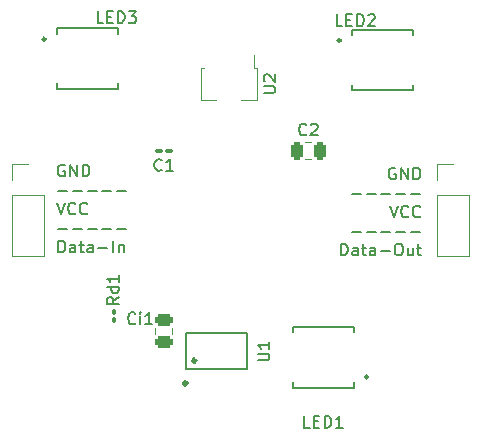
<source format=gto>
G04 #@! TF.GenerationSoftware,KiCad,Pcbnew,7.0.8*
G04 #@! TF.CreationDate,2023-12-04T03:04:35-07:00*
G04 #@! TF.ProjectId,Lit,4c69742e-6b69-4636-9164-5f7063625858,rev?*
G04 #@! TF.SameCoordinates,Original*
G04 #@! TF.FileFunction,Legend,Top*
G04 #@! TF.FilePolarity,Positive*
%FSLAX46Y46*%
G04 Gerber Fmt 4.6, Leading zero omitted, Abs format (unit mm)*
G04 Created by KiCad (PCBNEW 7.0.8) date 2023-12-04 03:04:35*
%MOMM*%
%LPD*%
G01*
G04 APERTURE LIST*
G04 Aperture macros list*
%AMRoundRect*
0 Rectangle with rounded corners*
0 $1 Rounding radius*
0 $2 $3 $4 $5 $6 $7 $8 $9 X,Y pos of 4 corners*
0 Add a 4 corners polygon primitive as box body*
4,1,4,$2,$3,$4,$5,$6,$7,$8,$9,$2,$3,0*
0 Add four circle primitives for the rounded corners*
1,1,$1+$1,$2,$3*
1,1,$1+$1,$4,$5*
1,1,$1+$1,$6,$7*
1,1,$1+$1,$8,$9*
0 Add four rect primitives between the rounded corners*
20,1,$1+$1,$2,$3,$4,$5,0*
20,1,$1+$1,$4,$5,$6,$7,0*
20,1,$1+$1,$6,$7,$8,$9,0*
20,1,$1+$1,$8,$9,$2,$3,0*%
%AMFreePoly0*
4,1,9,3.862500,-0.866500,0.737500,-0.866500,0.737500,-0.450000,-0.737500,-0.450000,-0.737500,0.450000,0.737500,0.450000,0.737500,0.866500,3.862500,0.866500,3.862500,-0.866500,3.862500,-0.866500,$1*%
G04 Aperture macros list end*
%ADD10C,0.150000*%
%ADD11C,0.120000*%
%ADD12C,0.250000*%
%ADD13C,0.300000*%
%ADD14R,0.900000X1.300000*%
%ADD15FreePoly0,270.000000*%
%ADD16R,2.260000X1.000000*%
%ADD17RoundRect,0.250000X-0.475000X0.250000X-0.475000X-0.250000X0.475000X-0.250000X0.475000X0.250000X0*%
%ADD18RoundRect,0.100000X-0.100000X0.130000X-0.100000X-0.130000X0.100000X-0.130000X0.100000X0.130000X0*%
%ADD19RoundRect,0.250000X0.250000X0.475000X-0.250000X0.475000X-0.250000X-0.475000X0.250000X-0.475000X0*%
%ADD20R,1.700000X1.700000*%
%ADD21O,1.700000X1.700000*%
%ADD22RoundRect,0.100000X-0.217500X-0.100000X0.217500X-0.100000X0.217500X0.100000X-0.217500X0.100000X0*%
%ADD23O,0.630000X1.860000*%
G04 APERTURE END LIST*
D10*
X123110588Y-90227438D02*
X123015350Y-90179819D01*
X123015350Y-90179819D02*
X122872493Y-90179819D01*
X122872493Y-90179819D02*
X122729636Y-90227438D01*
X122729636Y-90227438D02*
X122634398Y-90322676D01*
X122634398Y-90322676D02*
X122586779Y-90417914D01*
X122586779Y-90417914D02*
X122539160Y-90608390D01*
X122539160Y-90608390D02*
X122539160Y-90751247D01*
X122539160Y-90751247D02*
X122586779Y-90941723D01*
X122586779Y-90941723D02*
X122634398Y-91036961D01*
X122634398Y-91036961D02*
X122729636Y-91132200D01*
X122729636Y-91132200D02*
X122872493Y-91179819D01*
X122872493Y-91179819D02*
X122967731Y-91179819D01*
X122967731Y-91179819D02*
X123110588Y-91132200D01*
X123110588Y-91132200D02*
X123158207Y-91084580D01*
X123158207Y-91084580D02*
X123158207Y-90751247D01*
X123158207Y-90751247D02*
X122967731Y-90751247D01*
X123586779Y-91179819D02*
X123586779Y-90179819D01*
X123586779Y-90179819D02*
X124158207Y-91179819D01*
X124158207Y-91179819D02*
X124158207Y-90179819D01*
X124634398Y-91179819D02*
X124634398Y-90179819D01*
X124634398Y-90179819D02*
X124872493Y-90179819D01*
X124872493Y-90179819D02*
X125015350Y-90227438D01*
X125015350Y-90227438D02*
X125110588Y-90322676D01*
X125110588Y-90322676D02*
X125158207Y-90417914D01*
X125158207Y-90417914D02*
X125205826Y-90608390D01*
X125205826Y-90608390D02*
X125205826Y-90751247D01*
X125205826Y-90751247D02*
X125158207Y-90941723D01*
X125158207Y-90941723D02*
X125110588Y-91036961D01*
X125110588Y-91036961D02*
X125015350Y-91132200D01*
X125015350Y-91132200D02*
X124872493Y-91179819D01*
X124872493Y-91179819D02*
X124634398Y-91179819D01*
X122586779Y-92408866D02*
X123348684Y-92408866D01*
X123824874Y-92408866D02*
X124586779Y-92408866D01*
X125062969Y-92408866D02*
X125824874Y-92408866D01*
X126301064Y-92408866D02*
X127062969Y-92408866D01*
X127539159Y-92408866D02*
X128301064Y-92408866D01*
X122443922Y-93399819D02*
X122777255Y-94399819D01*
X122777255Y-94399819D02*
X123110588Y-93399819D01*
X124015350Y-94304580D02*
X123967731Y-94352200D01*
X123967731Y-94352200D02*
X123824874Y-94399819D01*
X123824874Y-94399819D02*
X123729636Y-94399819D01*
X123729636Y-94399819D02*
X123586779Y-94352200D01*
X123586779Y-94352200D02*
X123491541Y-94256961D01*
X123491541Y-94256961D02*
X123443922Y-94161723D01*
X123443922Y-94161723D02*
X123396303Y-93971247D01*
X123396303Y-93971247D02*
X123396303Y-93828390D01*
X123396303Y-93828390D02*
X123443922Y-93637914D01*
X123443922Y-93637914D02*
X123491541Y-93542676D01*
X123491541Y-93542676D02*
X123586779Y-93447438D01*
X123586779Y-93447438D02*
X123729636Y-93399819D01*
X123729636Y-93399819D02*
X123824874Y-93399819D01*
X123824874Y-93399819D02*
X123967731Y-93447438D01*
X123967731Y-93447438D02*
X124015350Y-93495057D01*
X125015350Y-94304580D02*
X124967731Y-94352200D01*
X124967731Y-94352200D02*
X124824874Y-94399819D01*
X124824874Y-94399819D02*
X124729636Y-94399819D01*
X124729636Y-94399819D02*
X124586779Y-94352200D01*
X124586779Y-94352200D02*
X124491541Y-94256961D01*
X124491541Y-94256961D02*
X124443922Y-94161723D01*
X124443922Y-94161723D02*
X124396303Y-93971247D01*
X124396303Y-93971247D02*
X124396303Y-93828390D01*
X124396303Y-93828390D02*
X124443922Y-93637914D01*
X124443922Y-93637914D02*
X124491541Y-93542676D01*
X124491541Y-93542676D02*
X124586779Y-93447438D01*
X124586779Y-93447438D02*
X124729636Y-93399819D01*
X124729636Y-93399819D02*
X124824874Y-93399819D01*
X124824874Y-93399819D02*
X124967731Y-93447438D01*
X124967731Y-93447438D02*
X125015350Y-93495057D01*
X122586779Y-95628866D02*
X123348684Y-95628866D01*
X123824874Y-95628866D02*
X124586779Y-95628866D01*
X125062969Y-95628866D02*
X125824874Y-95628866D01*
X126301064Y-95628866D02*
X127062969Y-95628866D01*
X127539159Y-95628866D02*
X128301064Y-95628866D01*
X122586779Y-97619819D02*
X122586779Y-96619819D01*
X122586779Y-96619819D02*
X122824874Y-96619819D01*
X122824874Y-96619819D02*
X122967731Y-96667438D01*
X122967731Y-96667438D02*
X123062969Y-96762676D01*
X123062969Y-96762676D02*
X123110588Y-96857914D01*
X123110588Y-96857914D02*
X123158207Y-97048390D01*
X123158207Y-97048390D02*
X123158207Y-97191247D01*
X123158207Y-97191247D02*
X123110588Y-97381723D01*
X123110588Y-97381723D02*
X123062969Y-97476961D01*
X123062969Y-97476961D02*
X122967731Y-97572200D01*
X122967731Y-97572200D02*
X122824874Y-97619819D01*
X122824874Y-97619819D02*
X122586779Y-97619819D01*
X124015350Y-97619819D02*
X124015350Y-97096009D01*
X124015350Y-97096009D02*
X123967731Y-97000771D01*
X123967731Y-97000771D02*
X123872493Y-96953152D01*
X123872493Y-96953152D02*
X123682017Y-96953152D01*
X123682017Y-96953152D02*
X123586779Y-97000771D01*
X124015350Y-97572200D02*
X123920112Y-97619819D01*
X123920112Y-97619819D02*
X123682017Y-97619819D01*
X123682017Y-97619819D02*
X123586779Y-97572200D01*
X123586779Y-97572200D02*
X123539160Y-97476961D01*
X123539160Y-97476961D02*
X123539160Y-97381723D01*
X123539160Y-97381723D02*
X123586779Y-97286485D01*
X123586779Y-97286485D02*
X123682017Y-97238866D01*
X123682017Y-97238866D02*
X123920112Y-97238866D01*
X123920112Y-97238866D02*
X124015350Y-97191247D01*
X124348684Y-96953152D02*
X124729636Y-96953152D01*
X124491541Y-96619819D02*
X124491541Y-97476961D01*
X124491541Y-97476961D02*
X124539160Y-97572200D01*
X124539160Y-97572200D02*
X124634398Y-97619819D01*
X124634398Y-97619819D02*
X124729636Y-97619819D01*
X125491541Y-97619819D02*
X125491541Y-97096009D01*
X125491541Y-97096009D02*
X125443922Y-97000771D01*
X125443922Y-97000771D02*
X125348684Y-96953152D01*
X125348684Y-96953152D02*
X125158208Y-96953152D01*
X125158208Y-96953152D02*
X125062970Y-97000771D01*
X125491541Y-97572200D02*
X125396303Y-97619819D01*
X125396303Y-97619819D02*
X125158208Y-97619819D01*
X125158208Y-97619819D02*
X125062970Y-97572200D01*
X125062970Y-97572200D02*
X125015351Y-97476961D01*
X125015351Y-97476961D02*
X125015351Y-97381723D01*
X125015351Y-97381723D02*
X125062970Y-97286485D01*
X125062970Y-97286485D02*
X125158208Y-97238866D01*
X125158208Y-97238866D02*
X125396303Y-97238866D01*
X125396303Y-97238866D02*
X125491541Y-97191247D01*
X125967732Y-97238866D02*
X126729637Y-97238866D01*
X127205827Y-97619819D02*
X127205827Y-96619819D01*
X127682017Y-96953152D02*
X127682017Y-97619819D01*
X127682017Y-97048390D02*
X127729636Y-97000771D01*
X127729636Y-97000771D02*
X127824874Y-96953152D01*
X127824874Y-96953152D02*
X127967731Y-96953152D01*
X127967731Y-96953152D02*
X128062969Y-97000771D01*
X128062969Y-97000771D02*
X128110588Y-97096009D01*
X128110588Y-97096009D02*
X128110588Y-97619819D01*
X151115601Y-90477438D02*
X151020363Y-90429819D01*
X151020363Y-90429819D02*
X150877506Y-90429819D01*
X150877506Y-90429819D02*
X150734649Y-90477438D01*
X150734649Y-90477438D02*
X150639411Y-90572676D01*
X150639411Y-90572676D02*
X150591792Y-90667914D01*
X150591792Y-90667914D02*
X150544173Y-90858390D01*
X150544173Y-90858390D02*
X150544173Y-91001247D01*
X150544173Y-91001247D02*
X150591792Y-91191723D01*
X150591792Y-91191723D02*
X150639411Y-91286961D01*
X150639411Y-91286961D02*
X150734649Y-91382200D01*
X150734649Y-91382200D02*
X150877506Y-91429819D01*
X150877506Y-91429819D02*
X150972744Y-91429819D01*
X150972744Y-91429819D02*
X151115601Y-91382200D01*
X151115601Y-91382200D02*
X151163220Y-91334580D01*
X151163220Y-91334580D02*
X151163220Y-91001247D01*
X151163220Y-91001247D02*
X150972744Y-91001247D01*
X151591792Y-91429819D02*
X151591792Y-90429819D01*
X151591792Y-90429819D02*
X152163220Y-91429819D01*
X152163220Y-91429819D02*
X152163220Y-90429819D01*
X152639411Y-91429819D02*
X152639411Y-90429819D01*
X152639411Y-90429819D02*
X152877506Y-90429819D01*
X152877506Y-90429819D02*
X153020363Y-90477438D01*
X153020363Y-90477438D02*
X153115601Y-90572676D01*
X153115601Y-90572676D02*
X153163220Y-90667914D01*
X153163220Y-90667914D02*
X153210839Y-90858390D01*
X153210839Y-90858390D02*
X153210839Y-91001247D01*
X153210839Y-91001247D02*
X153163220Y-91191723D01*
X153163220Y-91191723D02*
X153115601Y-91286961D01*
X153115601Y-91286961D02*
X153020363Y-91382200D01*
X153020363Y-91382200D02*
X152877506Y-91429819D01*
X152877506Y-91429819D02*
X152639411Y-91429819D01*
X147448936Y-92658866D02*
X148210841Y-92658866D01*
X148687031Y-92658866D02*
X149448936Y-92658866D01*
X149925126Y-92658866D02*
X150687031Y-92658866D01*
X151163221Y-92658866D02*
X151925126Y-92658866D01*
X152401316Y-92658866D02*
X153163221Y-92658866D01*
X150639411Y-93649819D02*
X150972744Y-94649819D01*
X150972744Y-94649819D02*
X151306077Y-93649819D01*
X152210839Y-94554580D02*
X152163220Y-94602200D01*
X152163220Y-94602200D02*
X152020363Y-94649819D01*
X152020363Y-94649819D02*
X151925125Y-94649819D01*
X151925125Y-94649819D02*
X151782268Y-94602200D01*
X151782268Y-94602200D02*
X151687030Y-94506961D01*
X151687030Y-94506961D02*
X151639411Y-94411723D01*
X151639411Y-94411723D02*
X151591792Y-94221247D01*
X151591792Y-94221247D02*
X151591792Y-94078390D01*
X151591792Y-94078390D02*
X151639411Y-93887914D01*
X151639411Y-93887914D02*
X151687030Y-93792676D01*
X151687030Y-93792676D02*
X151782268Y-93697438D01*
X151782268Y-93697438D02*
X151925125Y-93649819D01*
X151925125Y-93649819D02*
X152020363Y-93649819D01*
X152020363Y-93649819D02*
X152163220Y-93697438D01*
X152163220Y-93697438D02*
X152210839Y-93745057D01*
X153210839Y-94554580D02*
X153163220Y-94602200D01*
X153163220Y-94602200D02*
X153020363Y-94649819D01*
X153020363Y-94649819D02*
X152925125Y-94649819D01*
X152925125Y-94649819D02*
X152782268Y-94602200D01*
X152782268Y-94602200D02*
X152687030Y-94506961D01*
X152687030Y-94506961D02*
X152639411Y-94411723D01*
X152639411Y-94411723D02*
X152591792Y-94221247D01*
X152591792Y-94221247D02*
X152591792Y-94078390D01*
X152591792Y-94078390D02*
X152639411Y-93887914D01*
X152639411Y-93887914D02*
X152687030Y-93792676D01*
X152687030Y-93792676D02*
X152782268Y-93697438D01*
X152782268Y-93697438D02*
X152925125Y-93649819D01*
X152925125Y-93649819D02*
X153020363Y-93649819D01*
X153020363Y-93649819D02*
X153163220Y-93697438D01*
X153163220Y-93697438D02*
X153210839Y-93745057D01*
X147448936Y-95878866D02*
X148210841Y-95878866D01*
X148687031Y-95878866D02*
X149448936Y-95878866D01*
X149925126Y-95878866D02*
X150687031Y-95878866D01*
X151163221Y-95878866D02*
X151925126Y-95878866D01*
X152401316Y-95878866D02*
X153163221Y-95878866D01*
X146496553Y-97869819D02*
X146496553Y-96869819D01*
X146496553Y-96869819D02*
X146734648Y-96869819D01*
X146734648Y-96869819D02*
X146877505Y-96917438D01*
X146877505Y-96917438D02*
X146972743Y-97012676D01*
X146972743Y-97012676D02*
X147020362Y-97107914D01*
X147020362Y-97107914D02*
X147067981Y-97298390D01*
X147067981Y-97298390D02*
X147067981Y-97441247D01*
X147067981Y-97441247D02*
X147020362Y-97631723D01*
X147020362Y-97631723D02*
X146972743Y-97726961D01*
X146972743Y-97726961D02*
X146877505Y-97822200D01*
X146877505Y-97822200D02*
X146734648Y-97869819D01*
X146734648Y-97869819D02*
X146496553Y-97869819D01*
X147925124Y-97869819D02*
X147925124Y-97346009D01*
X147925124Y-97346009D02*
X147877505Y-97250771D01*
X147877505Y-97250771D02*
X147782267Y-97203152D01*
X147782267Y-97203152D02*
X147591791Y-97203152D01*
X147591791Y-97203152D02*
X147496553Y-97250771D01*
X147925124Y-97822200D02*
X147829886Y-97869819D01*
X147829886Y-97869819D02*
X147591791Y-97869819D01*
X147591791Y-97869819D02*
X147496553Y-97822200D01*
X147496553Y-97822200D02*
X147448934Y-97726961D01*
X147448934Y-97726961D02*
X147448934Y-97631723D01*
X147448934Y-97631723D02*
X147496553Y-97536485D01*
X147496553Y-97536485D02*
X147591791Y-97488866D01*
X147591791Y-97488866D02*
X147829886Y-97488866D01*
X147829886Y-97488866D02*
X147925124Y-97441247D01*
X148258458Y-97203152D02*
X148639410Y-97203152D01*
X148401315Y-96869819D02*
X148401315Y-97726961D01*
X148401315Y-97726961D02*
X148448934Y-97822200D01*
X148448934Y-97822200D02*
X148544172Y-97869819D01*
X148544172Y-97869819D02*
X148639410Y-97869819D01*
X149401315Y-97869819D02*
X149401315Y-97346009D01*
X149401315Y-97346009D02*
X149353696Y-97250771D01*
X149353696Y-97250771D02*
X149258458Y-97203152D01*
X149258458Y-97203152D02*
X149067982Y-97203152D01*
X149067982Y-97203152D02*
X148972744Y-97250771D01*
X149401315Y-97822200D02*
X149306077Y-97869819D01*
X149306077Y-97869819D02*
X149067982Y-97869819D01*
X149067982Y-97869819D02*
X148972744Y-97822200D01*
X148972744Y-97822200D02*
X148925125Y-97726961D01*
X148925125Y-97726961D02*
X148925125Y-97631723D01*
X148925125Y-97631723D02*
X148972744Y-97536485D01*
X148972744Y-97536485D02*
X149067982Y-97488866D01*
X149067982Y-97488866D02*
X149306077Y-97488866D01*
X149306077Y-97488866D02*
X149401315Y-97441247D01*
X149877506Y-97488866D02*
X150639411Y-97488866D01*
X151306077Y-96869819D02*
X151496553Y-96869819D01*
X151496553Y-96869819D02*
X151591791Y-96917438D01*
X151591791Y-96917438D02*
X151687029Y-97012676D01*
X151687029Y-97012676D02*
X151734648Y-97203152D01*
X151734648Y-97203152D02*
X151734648Y-97536485D01*
X151734648Y-97536485D02*
X151687029Y-97726961D01*
X151687029Y-97726961D02*
X151591791Y-97822200D01*
X151591791Y-97822200D02*
X151496553Y-97869819D01*
X151496553Y-97869819D02*
X151306077Y-97869819D01*
X151306077Y-97869819D02*
X151210839Y-97822200D01*
X151210839Y-97822200D02*
X151115601Y-97726961D01*
X151115601Y-97726961D02*
X151067982Y-97536485D01*
X151067982Y-97536485D02*
X151067982Y-97203152D01*
X151067982Y-97203152D02*
X151115601Y-97012676D01*
X151115601Y-97012676D02*
X151210839Y-96917438D01*
X151210839Y-96917438D02*
X151306077Y-96869819D01*
X152591791Y-97203152D02*
X152591791Y-97869819D01*
X152163220Y-97203152D02*
X152163220Y-97726961D01*
X152163220Y-97726961D02*
X152210839Y-97822200D01*
X152210839Y-97822200D02*
X152306077Y-97869819D01*
X152306077Y-97869819D02*
X152448934Y-97869819D01*
X152448934Y-97869819D02*
X152544172Y-97822200D01*
X152544172Y-97822200D02*
X152591791Y-97774580D01*
X152925125Y-97203152D02*
X153306077Y-97203152D01*
X153067982Y-96869819D02*
X153067982Y-97726961D01*
X153067982Y-97726961D02*
X153115601Y-97822200D01*
X153115601Y-97822200D02*
X153210839Y-97869819D01*
X153210839Y-97869819D02*
X153306077Y-97869819D01*
X139954819Y-84124404D02*
X140764342Y-84124404D01*
X140764342Y-84124404D02*
X140859580Y-84076785D01*
X140859580Y-84076785D02*
X140907200Y-84029166D01*
X140907200Y-84029166D02*
X140954819Y-83933928D01*
X140954819Y-83933928D02*
X140954819Y-83743452D01*
X140954819Y-83743452D02*
X140907200Y-83648214D01*
X140907200Y-83648214D02*
X140859580Y-83600595D01*
X140859580Y-83600595D02*
X140764342Y-83552976D01*
X140764342Y-83552976D02*
X139954819Y-83552976D01*
X140050057Y-83124404D02*
X140002438Y-83076785D01*
X140002438Y-83076785D02*
X139954819Y-82981547D01*
X139954819Y-82981547D02*
X139954819Y-82743452D01*
X139954819Y-82743452D02*
X140002438Y-82648214D01*
X140002438Y-82648214D02*
X140050057Y-82600595D01*
X140050057Y-82600595D02*
X140145295Y-82552976D01*
X140145295Y-82552976D02*
X140240533Y-82552976D01*
X140240533Y-82552976D02*
X140383390Y-82600595D01*
X140383390Y-82600595D02*
X140954819Y-83172023D01*
X140954819Y-83172023D02*
X140954819Y-82552976D01*
X126380952Y-78204819D02*
X125904762Y-78204819D01*
X125904762Y-78204819D02*
X125904762Y-77204819D01*
X126714286Y-77681009D02*
X127047619Y-77681009D01*
X127190476Y-78204819D02*
X126714286Y-78204819D01*
X126714286Y-78204819D02*
X126714286Y-77204819D01*
X126714286Y-77204819D02*
X127190476Y-77204819D01*
X127619048Y-78204819D02*
X127619048Y-77204819D01*
X127619048Y-77204819D02*
X127857143Y-77204819D01*
X127857143Y-77204819D02*
X128000000Y-77252438D01*
X128000000Y-77252438D02*
X128095238Y-77347676D01*
X128095238Y-77347676D02*
X128142857Y-77442914D01*
X128142857Y-77442914D02*
X128190476Y-77633390D01*
X128190476Y-77633390D02*
X128190476Y-77776247D01*
X128190476Y-77776247D02*
X128142857Y-77966723D01*
X128142857Y-77966723D02*
X128095238Y-78061961D01*
X128095238Y-78061961D02*
X128000000Y-78157200D01*
X128000000Y-78157200D02*
X127857143Y-78204819D01*
X127857143Y-78204819D02*
X127619048Y-78204819D01*
X128523810Y-77204819D02*
X129142857Y-77204819D01*
X129142857Y-77204819D02*
X128809524Y-77585771D01*
X128809524Y-77585771D02*
X128952381Y-77585771D01*
X128952381Y-77585771D02*
X129047619Y-77633390D01*
X129047619Y-77633390D02*
X129095238Y-77681009D01*
X129095238Y-77681009D02*
X129142857Y-77776247D01*
X129142857Y-77776247D02*
X129142857Y-78014342D01*
X129142857Y-78014342D02*
X129095238Y-78109580D01*
X129095238Y-78109580D02*
X129047619Y-78157200D01*
X129047619Y-78157200D02*
X128952381Y-78204819D01*
X128952381Y-78204819D02*
X128666667Y-78204819D01*
X128666667Y-78204819D02*
X128571429Y-78157200D01*
X128571429Y-78157200D02*
X128523810Y-78109580D01*
X146630952Y-78454819D02*
X146154762Y-78454819D01*
X146154762Y-78454819D02*
X146154762Y-77454819D01*
X146964286Y-77931009D02*
X147297619Y-77931009D01*
X147440476Y-78454819D02*
X146964286Y-78454819D01*
X146964286Y-78454819D02*
X146964286Y-77454819D01*
X146964286Y-77454819D02*
X147440476Y-77454819D01*
X147869048Y-78454819D02*
X147869048Y-77454819D01*
X147869048Y-77454819D02*
X148107143Y-77454819D01*
X148107143Y-77454819D02*
X148250000Y-77502438D01*
X148250000Y-77502438D02*
X148345238Y-77597676D01*
X148345238Y-77597676D02*
X148392857Y-77692914D01*
X148392857Y-77692914D02*
X148440476Y-77883390D01*
X148440476Y-77883390D02*
X148440476Y-78026247D01*
X148440476Y-78026247D02*
X148392857Y-78216723D01*
X148392857Y-78216723D02*
X148345238Y-78311961D01*
X148345238Y-78311961D02*
X148250000Y-78407200D01*
X148250000Y-78407200D02*
X148107143Y-78454819D01*
X148107143Y-78454819D02*
X147869048Y-78454819D01*
X148821429Y-77550057D02*
X148869048Y-77502438D01*
X148869048Y-77502438D02*
X148964286Y-77454819D01*
X148964286Y-77454819D02*
X149202381Y-77454819D01*
X149202381Y-77454819D02*
X149297619Y-77502438D01*
X149297619Y-77502438D02*
X149345238Y-77550057D01*
X149345238Y-77550057D02*
X149392857Y-77645295D01*
X149392857Y-77645295D02*
X149392857Y-77740533D01*
X149392857Y-77740533D02*
X149345238Y-77883390D01*
X149345238Y-77883390D02*
X148773810Y-78454819D01*
X148773810Y-78454819D02*
X149392857Y-78454819D01*
X143880952Y-112454819D02*
X143404762Y-112454819D01*
X143404762Y-112454819D02*
X143404762Y-111454819D01*
X144214286Y-111931009D02*
X144547619Y-111931009D01*
X144690476Y-112454819D02*
X144214286Y-112454819D01*
X144214286Y-112454819D02*
X144214286Y-111454819D01*
X144214286Y-111454819D02*
X144690476Y-111454819D01*
X145119048Y-112454819D02*
X145119048Y-111454819D01*
X145119048Y-111454819D02*
X145357143Y-111454819D01*
X145357143Y-111454819D02*
X145500000Y-111502438D01*
X145500000Y-111502438D02*
X145595238Y-111597676D01*
X145595238Y-111597676D02*
X145642857Y-111692914D01*
X145642857Y-111692914D02*
X145690476Y-111883390D01*
X145690476Y-111883390D02*
X145690476Y-112026247D01*
X145690476Y-112026247D02*
X145642857Y-112216723D01*
X145642857Y-112216723D02*
X145595238Y-112311961D01*
X145595238Y-112311961D02*
X145500000Y-112407200D01*
X145500000Y-112407200D02*
X145357143Y-112454819D01*
X145357143Y-112454819D02*
X145119048Y-112454819D01*
X146642857Y-112454819D02*
X146071429Y-112454819D01*
X146357143Y-112454819D02*
X146357143Y-111454819D01*
X146357143Y-111454819D02*
X146261905Y-111597676D01*
X146261905Y-111597676D02*
X146166667Y-111692914D01*
X146166667Y-111692914D02*
X146071429Y-111740533D01*
X129095238Y-103609580D02*
X129047619Y-103657200D01*
X129047619Y-103657200D02*
X128904762Y-103704819D01*
X128904762Y-103704819D02*
X128809524Y-103704819D01*
X128809524Y-103704819D02*
X128666667Y-103657200D01*
X128666667Y-103657200D02*
X128571429Y-103561961D01*
X128571429Y-103561961D02*
X128523810Y-103466723D01*
X128523810Y-103466723D02*
X128476191Y-103276247D01*
X128476191Y-103276247D02*
X128476191Y-103133390D01*
X128476191Y-103133390D02*
X128523810Y-102942914D01*
X128523810Y-102942914D02*
X128571429Y-102847676D01*
X128571429Y-102847676D02*
X128666667Y-102752438D01*
X128666667Y-102752438D02*
X128809524Y-102704819D01*
X128809524Y-102704819D02*
X128904762Y-102704819D01*
X128904762Y-102704819D02*
X129047619Y-102752438D01*
X129047619Y-102752438D02*
X129095238Y-102800057D01*
X129523810Y-103704819D02*
X129523810Y-103038152D01*
X129523810Y-102704819D02*
X129476191Y-102752438D01*
X129476191Y-102752438D02*
X129523810Y-102800057D01*
X129523810Y-102800057D02*
X129571429Y-102752438D01*
X129571429Y-102752438D02*
X129523810Y-102704819D01*
X129523810Y-102704819D02*
X129523810Y-102800057D01*
X130523809Y-103704819D02*
X129952381Y-103704819D01*
X130238095Y-103704819D02*
X130238095Y-102704819D01*
X130238095Y-102704819D02*
X130142857Y-102847676D01*
X130142857Y-102847676D02*
X130047619Y-102942914D01*
X130047619Y-102942914D02*
X129952381Y-102990533D01*
X127704819Y-101399047D02*
X127228628Y-101732380D01*
X127704819Y-101970475D02*
X126704819Y-101970475D01*
X126704819Y-101970475D02*
X126704819Y-101589523D01*
X126704819Y-101589523D02*
X126752438Y-101494285D01*
X126752438Y-101494285D02*
X126800057Y-101446666D01*
X126800057Y-101446666D02*
X126895295Y-101399047D01*
X126895295Y-101399047D02*
X127038152Y-101399047D01*
X127038152Y-101399047D02*
X127133390Y-101446666D01*
X127133390Y-101446666D02*
X127181009Y-101494285D01*
X127181009Y-101494285D02*
X127228628Y-101589523D01*
X127228628Y-101589523D02*
X127228628Y-101970475D01*
X127704819Y-100541904D02*
X126704819Y-100541904D01*
X127657200Y-100541904D02*
X127704819Y-100637142D01*
X127704819Y-100637142D02*
X127704819Y-100827618D01*
X127704819Y-100827618D02*
X127657200Y-100922856D01*
X127657200Y-100922856D02*
X127609580Y-100970475D01*
X127609580Y-100970475D02*
X127514342Y-101018094D01*
X127514342Y-101018094D02*
X127228628Y-101018094D01*
X127228628Y-101018094D02*
X127133390Y-100970475D01*
X127133390Y-100970475D02*
X127085771Y-100922856D01*
X127085771Y-100922856D02*
X127038152Y-100827618D01*
X127038152Y-100827618D02*
X127038152Y-100637142D01*
X127038152Y-100637142D02*
X127085771Y-100541904D01*
X127704819Y-99541904D02*
X127704819Y-100113332D01*
X127704819Y-99827618D02*
X126704819Y-99827618D01*
X126704819Y-99827618D02*
X126847676Y-99922856D01*
X126847676Y-99922856D02*
X126942914Y-100018094D01*
X126942914Y-100018094D02*
X126990533Y-100113332D01*
X143583333Y-87609580D02*
X143535714Y-87657200D01*
X143535714Y-87657200D02*
X143392857Y-87704819D01*
X143392857Y-87704819D02*
X143297619Y-87704819D01*
X143297619Y-87704819D02*
X143154762Y-87657200D01*
X143154762Y-87657200D02*
X143059524Y-87561961D01*
X143059524Y-87561961D02*
X143011905Y-87466723D01*
X143011905Y-87466723D02*
X142964286Y-87276247D01*
X142964286Y-87276247D02*
X142964286Y-87133390D01*
X142964286Y-87133390D02*
X143011905Y-86942914D01*
X143011905Y-86942914D02*
X143059524Y-86847676D01*
X143059524Y-86847676D02*
X143154762Y-86752438D01*
X143154762Y-86752438D02*
X143297619Y-86704819D01*
X143297619Y-86704819D02*
X143392857Y-86704819D01*
X143392857Y-86704819D02*
X143535714Y-86752438D01*
X143535714Y-86752438D02*
X143583333Y-86800057D01*
X143964286Y-86800057D02*
X144011905Y-86752438D01*
X144011905Y-86752438D02*
X144107143Y-86704819D01*
X144107143Y-86704819D02*
X144345238Y-86704819D01*
X144345238Y-86704819D02*
X144440476Y-86752438D01*
X144440476Y-86752438D02*
X144488095Y-86800057D01*
X144488095Y-86800057D02*
X144535714Y-86895295D01*
X144535714Y-86895295D02*
X144535714Y-86990533D01*
X144535714Y-86990533D02*
X144488095Y-87133390D01*
X144488095Y-87133390D02*
X143916667Y-87704819D01*
X143916667Y-87704819D02*
X144535714Y-87704819D01*
X131333333Y-90609580D02*
X131285714Y-90657200D01*
X131285714Y-90657200D02*
X131142857Y-90704819D01*
X131142857Y-90704819D02*
X131047619Y-90704819D01*
X131047619Y-90704819D02*
X130904762Y-90657200D01*
X130904762Y-90657200D02*
X130809524Y-90561961D01*
X130809524Y-90561961D02*
X130761905Y-90466723D01*
X130761905Y-90466723D02*
X130714286Y-90276247D01*
X130714286Y-90276247D02*
X130714286Y-90133390D01*
X130714286Y-90133390D02*
X130761905Y-89942914D01*
X130761905Y-89942914D02*
X130809524Y-89847676D01*
X130809524Y-89847676D02*
X130904762Y-89752438D01*
X130904762Y-89752438D02*
X131047619Y-89704819D01*
X131047619Y-89704819D02*
X131142857Y-89704819D01*
X131142857Y-89704819D02*
X131285714Y-89752438D01*
X131285714Y-89752438D02*
X131333333Y-89800057D01*
X132285714Y-90704819D02*
X131714286Y-90704819D01*
X132000000Y-90704819D02*
X132000000Y-89704819D01*
X132000000Y-89704819D02*
X131904762Y-89847676D01*
X131904762Y-89847676D02*
X131809524Y-89942914D01*
X131809524Y-89942914D02*
X131714286Y-89990533D01*
X139454819Y-106761904D02*
X140264342Y-106761904D01*
X140264342Y-106761904D02*
X140359580Y-106714285D01*
X140359580Y-106714285D02*
X140407200Y-106666666D01*
X140407200Y-106666666D02*
X140454819Y-106571428D01*
X140454819Y-106571428D02*
X140454819Y-106380952D01*
X140454819Y-106380952D02*
X140407200Y-106285714D01*
X140407200Y-106285714D02*
X140359580Y-106238095D01*
X140359580Y-106238095D02*
X140264342Y-106190476D01*
X140264342Y-106190476D02*
X139454819Y-106190476D01*
X140454819Y-105190476D02*
X140454819Y-105761904D01*
X140454819Y-105476190D02*
X139454819Y-105476190D01*
X139454819Y-105476190D02*
X139597676Y-105571428D01*
X139597676Y-105571428D02*
X139692914Y-105666666D01*
X139692914Y-105666666D02*
X139740533Y-105761904D01*
D11*
X134640000Y-84722500D02*
X134640000Y-82002500D01*
X134640000Y-82002500D02*
X134870000Y-82002500D01*
X139130000Y-80862500D02*
X139130000Y-82002500D01*
X135950000Y-84722500D02*
X134640000Y-84722500D01*
X139360000Y-82002500D02*
X139130000Y-82002500D01*
X139360000Y-82002500D02*
X139360000Y-84722500D01*
X139360000Y-84722500D02*
X138050000Y-84722500D01*
D10*
X127630000Y-83310000D02*
X127630000Y-83780000D01*
X127630000Y-83780000D02*
X127630000Y-83780000D01*
X127630000Y-83780000D02*
X122470000Y-83780000D01*
X122470000Y-83780000D02*
X122470000Y-83780000D01*
X122470000Y-83780000D02*
X122470000Y-83310000D01*
X127630000Y-79090000D02*
X127630000Y-78620000D01*
X127630000Y-78620000D02*
X127630000Y-78620000D01*
X127630000Y-78620000D02*
X122470000Y-78620000D01*
X122470000Y-78620000D02*
X122470000Y-78620000D01*
X122470000Y-78620000D02*
X122470000Y-79090000D01*
D12*
X121490000Y-79550000D02*
G75*
G03*
X121490000Y-79550000I-120000J0D01*
G01*
X146482500Y-79675000D02*
G75*
G03*
X146482500Y-79675000I-120000J0D01*
G01*
D10*
X147462500Y-78745000D02*
X147462500Y-79215000D01*
X147462500Y-78745000D02*
X147462500Y-78745000D01*
X152622500Y-78745000D02*
X147462500Y-78745000D01*
X152622500Y-78745000D02*
X152622500Y-78745000D01*
X152622500Y-79215000D02*
X152622500Y-78745000D01*
X147462500Y-83905000D02*
X147462500Y-83435000D01*
X147462500Y-83905000D02*
X147462500Y-83905000D01*
X152622500Y-83905000D02*
X147462500Y-83905000D01*
X152622500Y-83905000D02*
X152622500Y-83905000D01*
X152622500Y-83435000D02*
X152622500Y-83905000D01*
X142420000Y-104390000D02*
X142420000Y-103920000D01*
X142420000Y-103920000D02*
X142420000Y-103920000D01*
X142420000Y-103920000D02*
X147580000Y-103920000D01*
X147580000Y-103920000D02*
X147580000Y-103920000D01*
X147580000Y-103920000D02*
X147580000Y-104390000D01*
X142420000Y-108610000D02*
X142420000Y-109080000D01*
X142420000Y-109080000D02*
X142420000Y-109080000D01*
X142420000Y-109080000D02*
X147580000Y-109080000D01*
X147580000Y-109080000D02*
X147580000Y-109080000D01*
X147580000Y-109080000D02*
X147580000Y-108610000D01*
D12*
X148800000Y-108150000D02*
G75*
G03*
X148800000Y-108150000I-120000J0D01*
G01*
D11*
X132235000Y-103988748D02*
X132235000Y-104511252D01*
X130765000Y-103988748D02*
X130765000Y-104511252D01*
X144011252Y-89735000D02*
X143488748Y-89735000D01*
X144011252Y-88265000D02*
X143488748Y-88265000D01*
X154670000Y-90145000D02*
X156000000Y-90145000D01*
X154670000Y-91475000D02*
X154670000Y-90145000D01*
X154670000Y-92745000D02*
X154670000Y-97885000D01*
X154670000Y-92745000D02*
X157330000Y-92745000D01*
X154670000Y-97885000D02*
X157330000Y-97885000D01*
X157330000Y-92745000D02*
X157330000Y-97885000D01*
D10*
X133420000Y-104480000D02*
X138580000Y-104480000D01*
X133420000Y-107520000D02*
X133420000Y-104480000D01*
X138580000Y-104480000D02*
X138580000Y-107520000D01*
X138580000Y-107520000D02*
X133420000Y-107520000D01*
D13*
X133480000Y-108680000D02*
G75*
G03*
X133480000Y-108680000I-150000J0D01*
G01*
X134240000Y-106770000D02*
G75*
G03*
X134240000Y-106770000I-150000J0D01*
G01*
D11*
X118670000Y-90145000D02*
X120000000Y-90145000D01*
X118670000Y-91475000D02*
X118670000Y-90145000D01*
X118670000Y-92745000D02*
X118670000Y-97885000D01*
X118670000Y-92745000D02*
X121330000Y-92745000D01*
X118670000Y-97885000D02*
X121330000Y-97885000D01*
X121330000Y-92745000D02*
X121330000Y-97885000D01*
%LPC*%
D14*
X135500000Y-81412500D03*
D15*
X137000000Y-81500000D03*
D14*
X138500000Y-81412500D03*
D16*
X127260000Y-82700000D03*
X127260000Y-81200000D03*
X127260000Y-79700000D03*
X122840000Y-79700000D03*
X122840000Y-81200000D03*
X122840000Y-82700000D03*
X147832500Y-82825000D03*
X147832500Y-81325000D03*
X147832500Y-79825000D03*
X152252500Y-79825000D03*
X152252500Y-81325000D03*
X152252500Y-82825000D03*
X142790000Y-105000000D03*
X142790000Y-106500000D03*
X142790000Y-108000000D03*
X147210000Y-108000000D03*
X147210000Y-106500000D03*
X147210000Y-105000000D03*
D17*
X131500000Y-103300000D03*
X131500000Y-105200000D03*
D18*
X127250000Y-102680000D03*
X127250000Y-103320000D03*
D19*
X144700000Y-89000000D03*
X142800000Y-89000000D03*
D20*
X156000000Y-91475000D03*
D21*
X156000000Y-94015000D03*
X156000000Y-96555000D03*
D22*
X131092500Y-89000000D03*
X131907500Y-89000000D03*
D23*
X134090000Y-108680000D03*
X135370000Y-108680000D03*
X136630000Y-108680000D03*
X137900000Y-108680000D03*
X137900000Y-103320000D03*
X136630000Y-103320000D03*
X135370000Y-103320000D03*
X134090000Y-103320000D03*
D20*
X120000000Y-91475000D03*
D21*
X120000000Y-94015000D03*
X120000000Y-96555000D03*
%LPD*%
M02*

</source>
